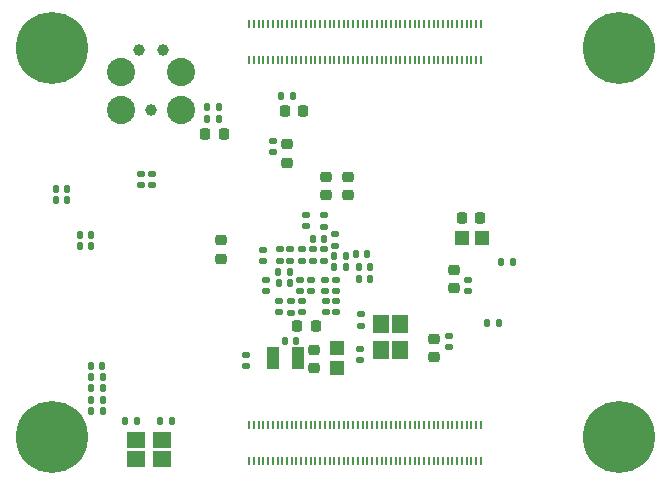
<source format=gbs>
%TF.GenerationSoftware,KiCad,Pcbnew,9.0.6-9.0.6~ubuntu24.04.1*%
%TF.CreationDate,2025-11-28T08:55:02+01:00*%
%TF.ProjectId,BB3plus CM5 STM32H7 module,42423370-6c75-4732-9043-4d352053544d,r1B1*%
%TF.SameCoordinates,Original*%
%TF.FileFunction,Soldermask,Bot*%
%TF.FilePolarity,Negative*%
%FSLAX46Y46*%
G04 Gerber Fmt 4.6, Leading zero omitted, Abs format (unit mm)*
G04 Created by KiCad (PCBNEW 9.0.6-9.0.6~ubuntu24.04.1) date 2025-11-28 08:55:02*
%MOMM*%
%LPD*%
G01*
G04 APERTURE LIST*
G04 Aperture macros list*
%AMRoundRect*
0 Rectangle with rounded corners*
0 $1 Rounding radius*
0 $2 $3 $4 $5 $6 $7 $8 $9 X,Y pos of 4 corners*
0 Add a 4 corners polygon primitive as box body*
4,1,4,$2,$3,$4,$5,$6,$7,$8,$9,$2,$3,0*
0 Add four circle primitives for the rounded corners*
1,1,$1+$1,$2,$3*
1,1,$1+$1,$4,$5*
1,1,$1+$1,$6,$7*
1,1,$1+$1,$8,$9*
0 Add four rect primitives between the rounded corners*
20,1,$1+$1,$2,$3,$4,$5,0*
20,1,$1+$1,$4,$5,$6,$7,0*
20,1,$1+$1,$6,$7,$8,$9,0*
20,1,$1+$1,$8,$9,$2,$3,0*%
G04 Aperture macros list end*
%ADD10C,2.387600*%
%ADD11C,0.990600*%
%ADD12C,6.100000*%
%ADD13R,0.200000X0.700000*%
%ADD14RoundRect,0.140000X-0.170000X0.140000X-0.170000X-0.140000X0.170000X-0.140000X0.170000X0.140000X0*%
%ADD15RoundRect,0.102000X-0.700000X0.600000X-0.700000X-0.600000X0.700000X-0.600000X0.700000X0.600000X0*%
%ADD16RoundRect,0.140000X0.170000X-0.140000X0.170000X0.140000X-0.170000X0.140000X-0.170000X-0.140000X0*%
%ADD17RoundRect,0.140000X0.140000X0.170000X-0.140000X0.170000X-0.140000X-0.170000X0.140000X-0.170000X0*%
%ADD18RoundRect,0.225000X-0.225000X-0.250000X0.225000X-0.250000X0.225000X0.250000X-0.225000X0.250000X0*%
%ADD19RoundRect,0.140000X-0.140000X-0.170000X0.140000X-0.170000X0.140000X0.170000X-0.140000X0.170000X0*%
%ADD20RoundRect,0.225000X0.250000X-0.225000X0.250000X0.225000X-0.250000X0.225000X-0.250000X-0.225000X0*%
%ADD21RoundRect,0.225000X0.225000X0.250000X-0.225000X0.250000X-0.225000X-0.250000X0.225000X-0.250000X0*%
%ADD22RoundRect,0.225000X-0.250000X0.225000X-0.250000X-0.225000X0.250000X-0.225000X0.250000X0.225000X0*%
%ADD23RoundRect,0.135000X0.135000X0.185000X-0.135000X0.185000X-0.135000X-0.185000X0.135000X-0.185000X0*%
%ADD24RoundRect,0.057252X0.506248X0.556248X-0.506248X0.556248X-0.506248X-0.556248X0.506248X-0.556248X0*%
%ADD25RoundRect,0.048381X-0.459619X-0.891419X0.459619X-0.891419X0.459619X0.891419X-0.459619X0.891419X0*%
%ADD26RoundRect,0.102000X-0.600000X-0.700000X0.600000X-0.700000X0.600000X0.700000X-0.600000X0.700000X0*%
%ADD27RoundRect,0.135000X-0.135000X-0.185000X0.135000X-0.185000X0.135000X0.185000X-0.135000X0.185000X0*%
%ADD28RoundRect,0.057252X-0.556248X0.506248X-0.556248X-0.506248X0.556248X-0.506248X0.556248X0.506248X0*%
G04 APERTURE END LIST*
D10*
%TO.C,X1*%
X103460000Y-80955000D03*
D11*
X106000000Y-80955000D03*
D10*
X108540000Y-80955000D03*
X103460000Y-77780000D03*
X108540000Y-77780000D03*
D11*
X104984000Y-75875000D03*
X107016000Y-75875000D03*
%TD*%
D12*
%TO.C,SoM1*%
X97600000Y-108700000D03*
X145600000Y-108700000D03*
X97600000Y-75700000D03*
X145600000Y-75700000D03*
D13*
X114300000Y-110700000D03*
X114300000Y-107620000D03*
X114700000Y-110700000D03*
X114700000Y-107620000D03*
X115100000Y-110700000D03*
X115100000Y-107620000D03*
X115500000Y-110700000D03*
X115500000Y-107620000D03*
X115900000Y-110700000D03*
X115900000Y-107620000D03*
X116300000Y-110700000D03*
X116300000Y-107620000D03*
X116700000Y-110700000D03*
X116700000Y-107620000D03*
X117100000Y-110700000D03*
X117100000Y-107620000D03*
X117500000Y-110700000D03*
X117500000Y-107620000D03*
X117900000Y-110700000D03*
X117900000Y-107620000D03*
X118300000Y-110700000D03*
X118300000Y-107620000D03*
X118700000Y-110700000D03*
X118700000Y-107620000D03*
X119100000Y-110700000D03*
X119100000Y-107620000D03*
X119500000Y-110700000D03*
X119500000Y-107620000D03*
X119900000Y-110700000D03*
X119900000Y-107620000D03*
X120300000Y-110700000D03*
X120300000Y-107620000D03*
X120700000Y-110700000D03*
X120700000Y-107620000D03*
X121100000Y-110700000D03*
X121100000Y-107620000D03*
X121500000Y-110700000D03*
X121500000Y-107620000D03*
X121900000Y-110700000D03*
X121900000Y-107620000D03*
X122300000Y-110700000D03*
X122300000Y-107620000D03*
X122700000Y-110700000D03*
X122700000Y-107620000D03*
X123100000Y-110700000D03*
X123100000Y-107620000D03*
X123500000Y-110700000D03*
X123500000Y-107620000D03*
X123900000Y-110700000D03*
X123900000Y-107620000D03*
X124300000Y-110700000D03*
X124300000Y-107620000D03*
X124700000Y-110700000D03*
X124700000Y-107620000D03*
X125100000Y-110700000D03*
X125100000Y-107620000D03*
X125500000Y-110700000D03*
X125500000Y-107620000D03*
X125900000Y-110700000D03*
X125900000Y-107620000D03*
X126300000Y-110700000D03*
X126300000Y-107620000D03*
X126700000Y-110700000D03*
X126700000Y-107620000D03*
X127100000Y-110700000D03*
X127100000Y-107620000D03*
X127500000Y-110700000D03*
X127500000Y-107620000D03*
X127900000Y-110700000D03*
X127900000Y-107620000D03*
X128300000Y-110700000D03*
X128300000Y-107620000D03*
X128700000Y-110700000D03*
X128700000Y-107620000D03*
X129100000Y-110700000D03*
X129100000Y-107620000D03*
X129500000Y-110700000D03*
X129500000Y-107620000D03*
X129900000Y-110700000D03*
X129900000Y-107620000D03*
X130300000Y-110700000D03*
X130300000Y-107620000D03*
X130700000Y-110700000D03*
X130700000Y-107620000D03*
X131100000Y-110700000D03*
X131100000Y-107620000D03*
X131500000Y-110700000D03*
X131500000Y-107620000D03*
X131900000Y-110700000D03*
X131900000Y-107620000D03*
X132300000Y-110700000D03*
X132300000Y-107620000D03*
X132700000Y-110700000D03*
X132700000Y-107620000D03*
X133100000Y-110700000D03*
X133100000Y-107620000D03*
X133500000Y-110700000D03*
X133500000Y-107620000D03*
X133900000Y-110700000D03*
X133900000Y-107620000D03*
X114300000Y-76780000D03*
X114300000Y-73700000D03*
X114700000Y-76780000D03*
X114700000Y-73700000D03*
X115100000Y-76780000D03*
X115100000Y-73700000D03*
X115500000Y-76780000D03*
X115500000Y-73700000D03*
X115900000Y-76780000D03*
X115900000Y-73700000D03*
X116300000Y-76780000D03*
X116300000Y-73700000D03*
X116700000Y-76780000D03*
X116700000Y-73700000D03*
X117100000Y-76780000D03*
X117100000Y-73700000D03*
X117500000Y-76780000D03*
X117500000Y-73700000D03*
X117900000Y-76780000D03*
X117900000Y-73700000D03*
X118300000Y-76780000D03*
X118300000Y-73700000D03*
X118700000Y-76780000D03*
X118700000Y-73700000D03*
X119100000Y-76780000D03*
X119100000Y-73700000D03*
X119500000Y-76780000D03*
X119500000Y-73700000D03*
X119900000Y-76780000D03*
X119900000Y-73700000D03*
X120300000Y-76780000D03*
X120300000Y-73700000D03*
X120700000Y-76780000D03*
X120700000Y-73700000D03*
X121100000Y-76780000D03*
X121100000Y-73700000D03*
X121500000Y-76780000D03*
X121500000Y-73700000D03*
X121900000Y-76780000D03*
X121900000Y-73700000D03*
X122300000Y-76780000D03*
X122300000Y-73700000D03*
X122700000Y-76780000D03*
X122700000Y-73700000D03*
X123100000Y-76780000D03*
X123100000Y-73700000D03*
X123500000Y-76780000D03*
X123500000Y-73700000D03*
X123900000Y-76780000D03*
X123900000Y-73700000D03*
X124300000Y-76780000D03*
X124300000Y-73700000D03*
X124700000Y-76780000D03*
X124700000Y-73700000D03*
X125100000Y-76780000D03*
X125100000Y-73700000D03*
X125500000Y-76780000D03*
X125500000Y-73700000D03*
X125900000Y-76780000D03*
X125900000Y-73700000D03*
X126300000Y-76780000D03*
X126300000Y-73700000D03*
X126700000Y-76780000D03*
X126700000Y-73700000D03*
X127100000Y-76780000D03*
X127100000Y-73700000D03*
X127500000Y-76780000D03*
X127500000Y-73700000D03*
X127900000Y-76780000D03*
X127900000Y-73700000D03*
X128300000Y-76780000D03*
X128300000Y-73700000D03*
X128700000Y-76780000D03*
X128700000Y-73700000D03*
X129100000Y-76780000D03*
X129100000Y-73700000D03*
X129500000Y-76780000D03*
X129500000Y-73700000D03*
X129900000Y-76780000D03*
X129900000Y-73700000D03*
X130300000Y-76780000D03*
X130300000Y-73700000D03*
X130700000Y-76780000D03*
X130700000Y-73700000D03*
X131100000Y-76780000D03*
X131100000Y-73700000D03*
X131500000Y-76780000D03*
X131500000Y-73700000D03*
X131900000Y-76780000D03*
X131900000Y-73700000D03*
X132300000Y-76780000D03*
X132300000Y-73700000D03*
X132700000Y-76780000D03*
X132700000Y-73700000D03*
X133100000Y-76780000D03*
X133100000Y-73700000D03*
X133500000Y-76780000D03*
X133500000Y-73700000D03*
X133900000Y-76780000D03*
X133900000Y-73700000D03*
%TD*%
D14*
%TO.C,C25*%
X120620002Y-92783012D03*
X120620002Y-93743012D03*
%TD*%
D15*
%TO.C,Y2*%
X104675700Y-108900000D03*
X106875700Y-108900000D03*
X106875700Y-110500000D03*
X104675700Y-110500000D03*
%TD*%
D16*
%TO.C,C49*%
X105108614Y-87360000D03*
X105108614Y-86400000D03*
%TD*%
D17*
%TO.C,C44*%
X100909433Y-91580819D03*
X99949433Y-91580819D03*
%TD*%
%TO.C,C23*%
X118300000Y-100513012D03*
X117340000Y-100513012D03*
%TD*%
D18*
%TO.C,C69*%
X132315000Y-90160000D03*
X133865000Y-90160000D03*
%TD*%
D19*
%TO.C,C74*%
X117030000Y-79830000D03*
X117990000Y-79830000D03*
%TD*%
D17*
%TO.C,C47*%
X100909433Y-92500819D03*
X99949433Y-92500819D03*
%TD*%
D19*
%TO.C,C13*%
X121510002Y-93343012D03*
X122470002Y-93343012D03*
%TD*%
D17*
%TO.C,C43*%
X107735700Y-107310000D03*
X106775700Y-107310000D03*
%TD*%
D20*
%TO.C,C11*%
X119810000Y-102860000D03*
X119810000Y-101310000D03*
%TD*%
D21*
%TO.C,C14*%
X119920000Y-99250000D03*
X118370000Y-99250000D03*
%TD*%
D19*
%TO.C,C36*%
X123600000Y-94260000D03*
X124560000Y-94260000D03*
%TD*%
D22*
%TO.C,C60*%
X129980000Y-100365000D03*
X129980000Y-101915000D03*
%TD*%
D23*
%TO.C,R12*%
X135460000Y-99020000D03*
X134440000Y-99020000D03*
%TD*%
D14*
%TO.C,C59*%
X131170000Y-100090000D03*
X131170000Y-101050000D03*
%TD*%
D19*
%TO.C,C42*%
X103815700Y-107310000D03*
X104775700Y-107310000D03*
%TD*%
D20*
%TO.C,C8*%
X111950000Y-93575000D03*
X111950000Y-92025000D03*
%TD*%
D16*
%TO.C,C35*%
X121540002Y-92453012D03*
X121540002Y-91493012D03*
%TD*%
%TO.C,C34*%
X119120002Y-90833012D03*
X119120002Y-89873012D03*
%TD*%
D14*
%TO.C,C15*%
X121630000Y-95330000D03*
X121630000Y-96290000D03*
%TD*%
D16*
%TO.C,C17*%
X120710000Y-96290000D03*
X120710000Y-95330000D03*
%TD*%
D14*
%TO.C,C29*%
X120780000Y-97160000D03*
X120780000Y-98120000D03*
%TD*%
D16*
%TO.C,C24*%
X119550000Y-96300000D03*
X119550000Y-95340000D03*
%TD*%
%TO.C,C46*%
X106030000Y-87360000D03*
X106030000Y-86400000D03*
%TD*%
%TO.C,C57*%
X132850000Y-96315000D03*
X132850000Y-95355000D03*
%TD*%
D20*
%TO.C,C58*%
X131660000Y-96050000D03*
X131660000Y-94500000D03*
%TD*%
D16*
%TO.C,C37*%
X120620002Y-90843012D03*
X120620002Y-89883012D03*
%TD*%
D23*
%TO.C,R16*%
X101890000Y-105490000D03*
X100870000Y-105490000D03*
%TD*%
D17*
%TO.C,C9*%
X117740000Y-95630000D03*
X116780000Y-95630000D03*
%TD*%
D18*
%TO.C,C75*%
X117300000Y-81030000D03*
X118850000Y-81030000D03*
%TD*%
D14*
%TO.C,C28*%
X118760002Y-97163012D03*
X118760002Y-98123012D03*
%TD*%
D21*
%TO.C,C73*%
X112125000Y-83030000D03*
X110575000Y-83030000D03*
%TD*%
D24*
%TO.C,FB5*%
X134020000Y-91800000D03*
X132320000Y-91800000D03*
%TD*%
D14*
%TO.C,C39*%
X119700002Y-92783012D03*
X119700002Y-93743012D03*
%TD*%
D25*
%TO.C,L1*%
X116347202Y-101983012D03*
X118430002Y-101983012D03*
%TD*%
D17*
%TO.C,C18*%
X120650002Y-91893012D03*
X119690002Y-91893012D03*
%TD*%
D16*
%TO.C,C22*%
X115500000Y-93750000D03*
X115500000Y-92790000D03*
%TD*%
%TO.C,C16*%
X116870000Y-93740000D03*
X116870000Y-92780000D03*
%TD*%
%TO.C,C27*%
X115730000Y-96303012D03*
X115730000Y-95343012D03*
%TD*%
D26*
%TO.C,Y1*%
X125450000Y-101270000D03*
X125450000Y-99070000D03*
X127050000Y-99070000D03*
X127050000Y-101270000D03*
%TD*%
D16*
%TO.C,C4*%
X123660000Y-102180000D03*
X123660000Y-101220000D03*
%TD*%
D17*
%TO.C,C72*%
X111720000Y-81700000D03*
X110760000Y-81700000D03*
%TD*%
D19*
%TO.C,C20*%
X121510002Y-94263012D03*
X122470002Y-94263012D03*
%TD*%
%TO.C,C33*%
X123600000Y-95290000D03*
X124560000Y-95290000D03*
%TD*%
D14*
%TO.C,C21*%
X117790000Y-92780000D03*
X117790000Y-93740000D03*
%TD*%
D17*
%TO.C,C45*%
X98909433Y-87660819D03*
X97949433Y-87660819D03*
%TD*%
D14*
%TO.C,C76*%
X116300000Y-83610000D03*
X116300000Y-84570000D03*
%TD*%
D27*
%TO.C,R15*%
X100870000Y-106430000D03*
X101890000Y-106430000D03*
%TD*%
%TO.C,R14*%
X100870000Y-103610000D03*
X101890000Y-103610000D03*
%TD*%
%TO.C,R13*%
X100870000Y-104550000D03*
X101890000Y-104550000D03*
%TD*%
D17*
%TO.C,C48*%
X98909433Y-88580819D03*
X97949433Y-88580819D03*
%TD*%
D14*
%TO.C,C26*%
X116800000Y-97150000D03*
X116800000Y-98110000D03*
%TD*%
D28*
%TO.C,FB1*%
X121700000Y-101160000D03*
X121700000Y-102860000D03*
%TD*%
D17*
%TO.C,C12*%
X117730000Y-94710000D03*
X116770000Y-94710000D03*
%TD*%
D20*
%TO.C,C41*%
X120800000Y-88175000D03*
X120800000Y-86625000D03*
%TD*%
%TO.C,C40*%
X122700000Y-88175000D03*
X122700000Y-86625000D03*
%TD*%
D14*
%TO.C,C32*%
X121650000Y-97160000D03*
X121650000Y-98120000D03*
%TD*%
D17*
%TO.C,C66*%
X136600000Y-93830000D03*
X135640000Y-93830000D03*
%TD*%
D19*
%TO.C,C56*%
X100880000Y-102670000D03*
X101840000Y-102670000D03*
%TD*%
D14*
%TO.C,C5*%
X123740000Y-98270000D03*
X123740000Y-99230000D03*
%TD*%
D16*
%TO.C,C19*%
X118630000Y-96300000D03*
X118630000Y-95340000D03*
%TD*%
D14*
%TO.C,C30*%
X114050000Y-101730000D03*
X114050000Y-102690000D03*
%TD*%
D23*
%TO.C,R21*%
X111740000Y-80740000D03*
X110720000Y-80740000D03*
%TD*%
D19*
%TO.C,C38*%
X123330000Y-93150000D03*
X124290000Y-93150000D03*
%TD*%
D14*
%TO.C,C10*%
X118780002Y-92783012D03*
X118780002Y-93743012D03*
%TD*%
%TO.C,C31*%
X117830000Y-97170000D03*
X117830000Y-98130000D03*
%TD*%
D22*
%TO.C,C77*%
X117490000Y-83885000D03*
X117490000Y-85435000D03*
%TD*%
M02*

</source>
